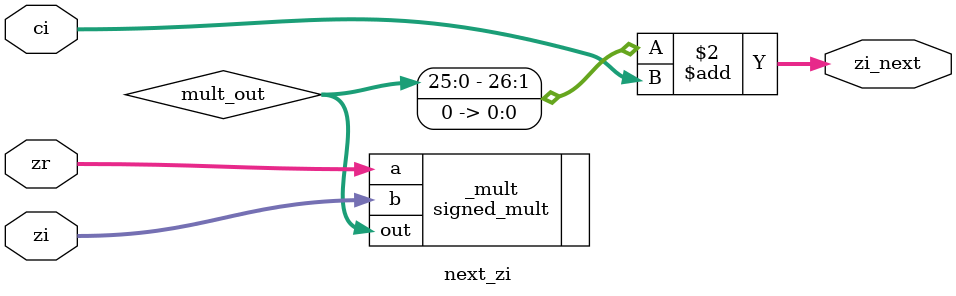
<source format=sv>

module solver (

    input                clk, reset,
    input signed [26:0]  ci,
    input signed [26:0]  cr,
    input signed [12:0]  in_max_iter,

    // output signed [26:0] iout,
    // output signed [26:0] rout,
    output signed [12:0] out_iter,
    output logic           done_reg
); 

    // Compute modules

    reg signed [26:0]  zr_reg, zi_reg, zr_sqr_reg, zi_sqr_reg;
    reg                diverge_reg;
    reg         [12:0] counter_reg;

    logic signed [26:0] zr_reg_in, zi_reg_in, zr_sqr_reg_in, zi_sqr_reg_in;
    logic signed [26:0] z_magitude_sqr;
    logic               diverge_reg_in, done_reg_in;
    logic        [12:0] counter_reg_in;

    logic signed [26:0] zr_next_wire, zi_next_wire, zr_sqr_wire, zi_sqr_wire;
    
    next_zr _next_zr(
        .zr_sqr(zr_sqr_reg), 
        .zi_sqr(zi_sqr_reg),
        .cr(cr),
        .zr_next(zr_next_wire)
    );

    next_zi _next_zi(
        .zr(zr_reg), 
        .zi(zi_reg), 
        .ci(ci),
        .zi_next(zi_next_wire)
    );

    signed_mult _zr_sqr_mult(
        .out(zr_sqr_wire),
        .a(zr_reg_in),
        .b(zr_reg_in)
    );

    signed_mult _zi_sqr_mult(
        .out(zi_sqr_wire),
        .a(zi_reg_in),
        .b(zi_reg_in)
    );


    assign z_magitude_sqr = zr_sqr_reg_in + zi_sqr_reg_in;

    assign out_iter = counter_reg;

    always_ff @ (posedge clk) begin
        zr_reg <= zr_reg_in;
        zi_reg <= zi_reg_in;
        zr_sqr_reg <= zr_sqr_reg_in;
        zi_sqr_reg <= zi_sqr_reg_in;
        diverge_reg <= diverge_reg_in;
        counter_reg <= counter_reg_in;
        done_reg <= done_reg_in;
    end

    //======================================================================
    // State Update
    //======================================================================

    // Only two states/one cycle per iterations for three multipliers
    // STATE_INIT = 2'h0
    // STATE_ONE = 2'h1
    
    reg [2:0] state_reg; 

    always_ff @ (posedge clk) begin

        if (reset)
            state_reg <= 2'h0;
        else begin
            state_reg <= state_reg;

            case (state_reg)

                2'h0   : state_reg <= 2'h1;
                2'h1   : 
                    if (counter_reg > in_max_iter || diverge_reg_in) 
                        state_reg <= 2'h2;
                    else 
                        state_reg <= 2'h1;
                2'h2   : state_reg <= 2'h2;
                default: state_reg <= 2'h0;

            endcase
        end
    end

    //======================================================================
    // State Outputs : combinational code
    //======================================================================
    // always_comb begin
    //     zr_reg_in =  zr_next_wire;
    //     zi_reg_in = zi_next_wire;
    //     zr_sqr_reg_in = zr_sqr_wire;
    //     zi_sqr_reg_in = zi_sqr_wire;
    // end

    always_comb begin
        case (state_reg) 
            0: begin
                zr_reg_in       = 0; 
                zi_reg_in       = 0;
                zr_sqr_reg_in   = 0; 
                zi_sqr_reg_in   = 0;
                counter_reg_in  = 0; 
                diverge_reg_in  = 0; 
                done_reg_in     = 0; 
            end
            1: begin
                zr_reg_in       = zr_next_wire; 
                zi_reg_in       = zi_next_wire;
                zr_sqr_reg_in   = zr_sqr_wire; 
                zi_sqr_reg_in   = zi_sqr_wire;
                counter_reg_in  = counter_reg + 1; 
                diverge_reg_in  = (zr_reg_in >= 27'sh100_0000 || zi_reg_in >= 27'sh100_0000 || z_magitude_sqr >= 27'sh200_0000); 
                done_reg_in     = (zr_reg_in >= 27'sh100_0000 || zi_reg_in >= 27'sh100_0000 || z_magitude_sqr >= 27'sh200_0000); 
            end
            
            default: begin
                zr_reg_in           = 0; 
                zi_reg_in           = 0;
                zr_sqr_reg_in       = 0; 
                zi_sqr_reg_in       = 0;
                counter_reg_in      = counter_reg;
                diverge_reg_in      = diverge_reg; 
                done_reg_in         = 1;
            end


        endcase
        //--------------------------------------------------------------------
        // STATE: STATE_INIT
        //--------------------------------------------------------------------

        // if ( state_reg == 2'h0 ) begin
        //     zr_reg_in       = 0; 
        //     zi_reg_in       = 0;
        //     zr_sqr_reg_in   = 0; 
        //     zi_sqr_reg_in   = 0;
        //     counter_reg_in  = 0; 
        //     diverge_reg_in = 0; 
        //     done_reg_in     = 0; 
        // end

        // //--------------------------------------------------------------------
        // // STATE: STATE_ONE
        // //--------------------------------------------------------------------

        // else if ( state_reg == 2'h1 ) begin
        //     // zr_reg_in ... are directly outputs of multipliers so no assignment here
        //     counter_reg_in = counter_reg + 1;
        //     done_reg_in    = 0; 
        //     diverge_reg_in = ( zr_reg_in >= 2 || zi_reg_in >=2 || z_magitude_sqr >= 4);
        // end

        // //--------------------------------------------------------------------
        // // STATE: STATE_ONE
        // //--------------------------------------------------------------------

        // else if ( state_reg == 2'h2 ) begin 
        //     zr_reg_in       = 0; 
        //     zi_reg_in       = 0;
        //     zr_sqr_reg_in       = 0; 
        //     zi_sqr_reg_in       = 0;
        //     counter_reg_in      = counter_reg;
        //     diverge_reg_in      = diverge_reg; 
        //     done_reg_in         = 1;
        // end

    end // end of state machine 

    // always @(posedge clk) begin
    //     if(reset) begin
    //         zr_reg <= 0;
    //         zr_reg <= 0;
    //     end else begin

    //     end
    // end
endmodule 

module next_zr (
    input signed [26:0] zr_sqr, zi_sqr, cr,

    output signed [26:0] zr_next
);

    assign zr_next = zr_sqr - zi_sqr + cr;

endmodule

module next_zi (
    input signed [26:0] zr, zi, ci,

    output signed [26:0] zi_next 
);

    wire signed [26:0] mult_out;

    signed_mult _mult(
        .out(mult_out),
        .a(zr),
        .b(zi)
    );

    // always @(*) begin
    //     zi_next = (mult_out << 1) + ci;  
    // end

    assign zi_next = (mult_out << 1) + ci; 

endmodule 

// `timescale 1ns/1ns
// module solver_tb();

//     reg clk_50, reset;
//     reg [26:0] ci, cr;
//     reg signed [12:0] in_max_iter;

//     wire [12:0] out_iter;
//     wire done_reg;

//     //Initialize clock
//     initial begin   
//         clk_50 = 1'b0;
//     end

//     //Toggle the clocks
// 	always begin
// 		#10
// 		clk_50  = ~clk_50;
// 	end

//     //Intialize and drive signals
// 	// initial begin
// 	// 	reset  = 1'b0;
// 	// 	#10 
// 	// 	reset  = 1'b1;
// 	// 	#30
// 	// 	reset  = 1'b0;
// 	// end


//     initial begin
//         ci = 0;
//         cr = 0;
//         in_max_iter = 13'd1000;
//         reset  = 1'b0;
// 		#10 
// 		reset  = 1'b1;
// 		#30
// 		reset  = 1'b0;
//         // #1500;

//         // ci = 1 << 23;
//         // cr = 1 << 23; // this is 1
//         // reset  = 1'b0;
// 		// #10 
// 		// reset  = 1'b1;
// 		// #30
// 		// reset  = 1'b0;
//         // #1500;

//         // ci = 1 << 22; // 0.5
//         // cr = 1 << 22;
//         // reset  = 1'b0;
// 		// #10 
// 		// reset  = 1'b1;
// 		// #30
// 		// reset  = 1'b0;
//         // #1500;
//     end


//     // Top level function

//     solver DUT (
//         .clk(clk_50),
//         .reset(reset),
//         .ci(ci),       
//         .cr(cr),      
//         .in_max_iter(in_max_iter),
//         .out_iter(out_iter),
//         .done_reg(done_reg)
//     );

// endmodule

</source>
